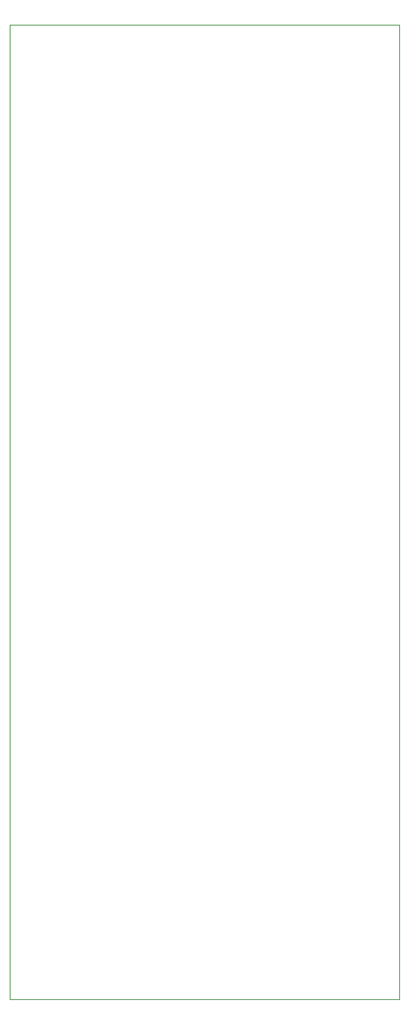
<source format=gbr>
%TF.GenerationSoftware,KiCad,Pcbnew,8.0.2*%
%TF.CreationDate,2024-06-25T22:05:52+02:00*%
%TF.ProjectId,Robo_V2.0-Stromverteilung,526f626f-5f56-4322-9e30-2d5374726f6d,rev?*%
%TF.SameCoordinates,Original*%
%TF.FileFunction,Profile,NP*%
%FSLAX46Y46*%
G04 Gerber Fmt 4.6, Leading zero omitted, Abs format (unit mm)*
G04 Created by KiCad (PCBNEW 8.0.2) date 2024-06-25 22:05:52*
%MOMM*%
%LPD*%
G01*
G04 APERTURE LIST*
%TA.AperFunction,Profile*%
%ADD10C,0.050000*%
%TD*%
G04 APERTURE END LIST*
D10*
X57500000Y-33500000D02*
X101500000Y-33500000D01*
X101500000Y-143500000D01*
X57500000Y-143500000D01*
X57500000Y-33500000D01*
M02*

</source>
